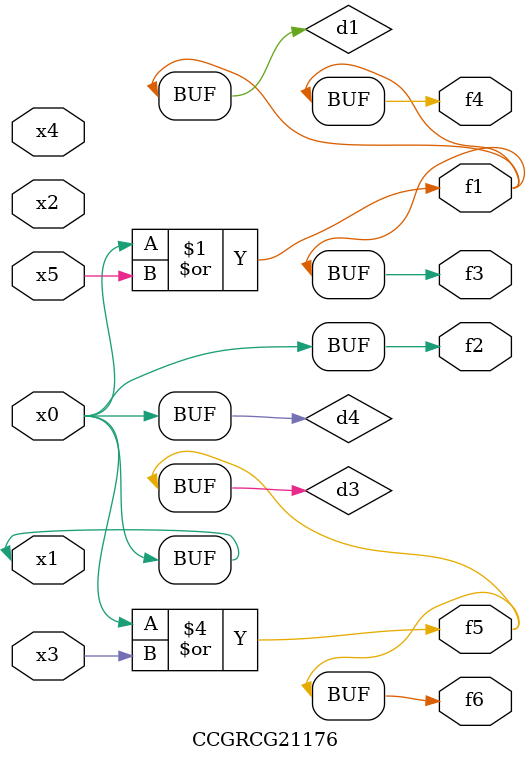
<source format=v>
module CCGRCG21176(
	input x0, x1, x2, x3, x4, x5,
	output f1, f2, f3, f4, f5, f6
);

	wire d1, d2, d3, d4;

	or (d1, x0, x5);
	xnor (d2, x1, x4);
	or (d3, x0, x3);
	buf (d4, x0, x1);
	assign f1 = d1;
	assign f2 = d4;
	assign f3 = d1;
	assign f4 = d1;
	assign f5 = d3;
	assign f6 = d3;
endmodule

</source>
